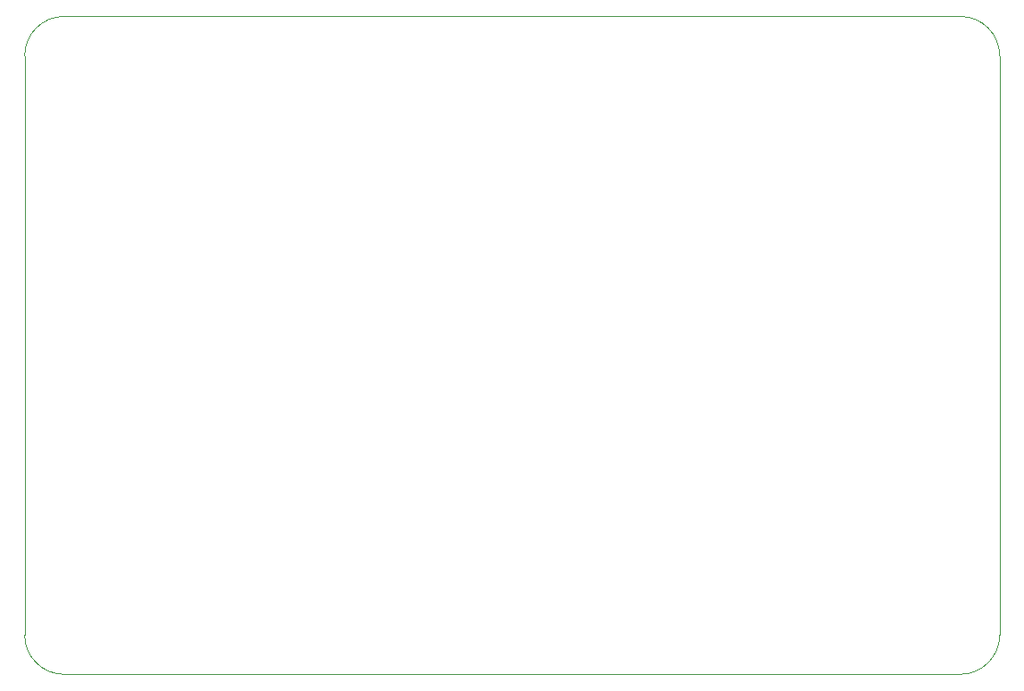
<source format=gbr>
%TF.GenerationSoftware,KiCad,Pcbnew,8.0.3*%
%TF.CreationDate,2024-07-18T14:58:56-04:00*%
%TF.ProjectId,Drop_Gen_PCB,44726f70-5f47-4656-9e5f-5043422e6b69,rev?*%
%TF.SameCoordinates,Original*%
%TF.FileFunction,Profile,NP*%
%FSLAX46Y46*%
G04 Gerber Fmt 4.6, Leading zero omitted, Abs format (unit mm)*
G04 Created by KiCad (PCBNEW 8.0.3) date 2024-07-18 14:58:56*
%MOMM*%
%LPD*%
G01*
G04 APERTURE LIST*
%TA.AperFunction,Profile*%
%ADD10C,0.050000*%
%TD*%
G04 APERTURE END LIST*
D10*
X148144200Y-93849200D02*
G75*
G02*
X151878000Y-97583000I0J-3733800D01*
G01*
X59410400Y-97583000D02*
G75*
G02*
X63144200Y-93849200I3733800J0D01*
G01*
X151878000Y-97583000D02*
X151878000Y-152583000D01*
X63144200Y-156316800D02*
G75*
G02*
X59410400Y-152583000I0J3733800D01*
G01*
X151878000Y-152583000D02*
G75*
G02*
X148144200Y-156316800I-3733800J0D01*
G01*
X63144200Y-93849200D02*
X148144200Y-93849200D01*
X59410400Y-152583000D02*
X59410400Y-97583000D01*
X63144200Y-156316800D02*
X148144200Y-156316800D01*
M02*

</source>
